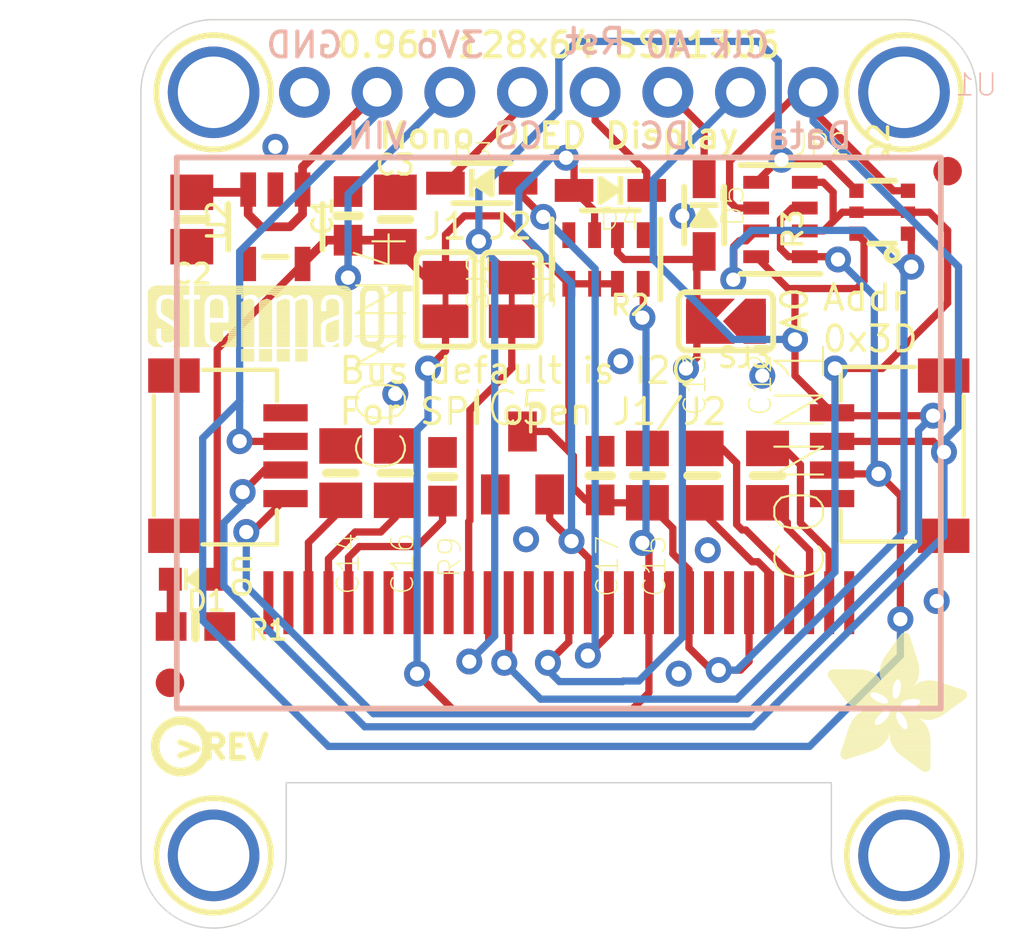
<source format=kicad_pcb>
(kicad_pcb (version 20211014) (generator pcbnew)
  (layers (0 "F.Cu" signal) (31 "B.Cu" signal) (34 "B.Paste" user) (35 "F.Paste" user) (36 "B.SilkS" user "B.Silkscreen") (37 "F.SilkS" user "F.Silkscreen") (38 "B.Mask" user) (39 "F.Mask" user) (44 "Edge.Cuts" user))
  (net 0 "")
  (net 1 "GND")
  (net 2 "SDA")
  (net 3 "SCL")
  (net 4 "3.3V")
  (net 5 "VCC")
  (net 6 "N$2")
  (net 7 "D0/SCLK/SCK_3.3V")
  (net 8 "D1/MOSI/SDA1_3.3V")
  (net 9 "N$9")
  (net 10 "CS_3.3V")
  (net 11 "RST_3.3V")
  (net 12 "DC/SA0_3.3V")
  (net 13 "CS_5.0V")
  (net 14 "RST_5.0V")
  (net 15 "DC/SA0_5.0V")
  (net 16 "N$10")
  (net 17 "N$11")
  (net 18 "N$12")
  (net 19 "N$13")
  (net 20 "N$14")
  (net 21 "N$15")
  (net 22 "N$16")
  (net 23 "N$17")
  (footprint "adafruit-096-ssd1306:SOLDERJUMPER_CLOSEDWIRE" (layer "F.Cu") (at 144.5415 98.9076 -90)
    (fp_text reference "SJ2")
    (fp_text value "")
  )
  (footprint "adafruit-096-ssd1306:MOUNTINGHOLE_2.5_PLATED" (layer "F.Cu") (at 160.5661 91.6686)
    (fp_text reference "U$17" hide)
    (fp_text value "MOUNTINGHOLE2.5" hide)
  )
  (footprint "adafruit-096-ssd1306:MOUNTINGHOLE_2.5_PLATED" (layer "F.Cu") (at 136.4361 91.6686)
    (fp_text reference "U$1" hide)
    (fp_text value "MOUNTINGHOLE2.5" hide)
  )
  (footprint "adafruit-096-ssd1306:PCBFEAT-REV-040" (layer "F.Cu") (at 135.2931 114.5286)
    (fp_text reference "U$25" hide)
    (fp_text value "" hide)
  )
  (footprint "adafruit-096-ssd1306:CHIPLED_0603_NOOUTLINE" (layer "F.Cu") (at 135.6741 108.6866 90)
    (fp_text reference "D1")
    (fp_text value "GREEN")
  )
  (footprint "adafruit-096-ssd1306:FIDUCIAL_1MM" (layer "F.Cu") (at 134.9121 112.3061)
    (fp_text reference "FID3" hide)
    (fp_text value "FIDUCIAL_1MM" hide)
  )
  (footprint "adafruit-096-ssd1306:0805-NO" (layer "F.Cu") (at 135.6741 96.1136 -90)
    (fp_text reference "C2")
    (fp_text value "10uF")
  )
  (footprint "adafruit-096-ssd1306:SOT363" (layer "F.Cu") (at 159.8041 95.8596 90)
    (fp_text reference "Q2")
    (fp_text value "BSS138")
  )
  (footprint "adafruit-096-ssd1306:1X08_ROUND_70" (layer "F.Cu") (at 148.5011 91.6686 180)
    (fp_text reference "JP2")
    (fp_text value "")
  )
  (footprint "adafruit-096-ssd1306:STEMMAQT" (layer "F.Cu") (at 134.1501 101.0666)
    (fp_text reference "U$31" hide)
    (fp_text value "" hide)
  )
  (footprint "adafruit-096-ssd1306:MOUNTINGHOLE_2.5_PLATED" (layer "F.Cu") (at 160.5661 118.3386)
    (fp_text reference "U$21" hide)
    (fp_text value "MOUNTINGHOLE2.5" hide)
  )
  (footprint "adafruit-096-ssd1306:0805-NO" (layer "F.Cu") (at 155.7965 105.0646 90)
    (fp_text reference "C12")
    (fp_text value "2.2uF")
  )
  (footprint "adafruit-096-ssd1306:SOD-323" (layer "F.Cu") (at 153.5811 95.9612 -90)
    (fp_text reference "D5")
    (fp_text value "1N4148")
  )
  (footprint "adafruit-096-ssd1306:0805-NO" (layer "F.Cu") (at 151.5975 105.0646 -90)
    (fp_text reference "C15")
    (fp_text value "10uF")
  )
  (footprint "adafruit-096-ssd1306:0805-NO" (layer "F.Cu") (at 153.5105 105.0646 90)
    (fp_text reference "C13")
    (fp_text value "2.2uF")
  )
  (footprint "adafruit-096-ssd1306:0603-NO" (layer "F.Cu") (at 141.1351 95.9866 90)
    (fp_text reference "C1")
    (fp_text value "0.1uF")
  )
  (footprint "adafruit-096-ssd1306:0603-NO" (layer "F.Cu") (at 135.8011 110.3376)
    (fp_text reference "R1")
    (fp_text value "10K")
  )
  (footprint "adafruit-096-ssd1306:SOD-323" (layer "F.Cu") (at 150.3045 95.0976 180)
    (fp_text reference "D4")
    (fp_text value "1N4148")
  )
  (footprint "adafruit-096-ssd1306:SOD-323" (layer "F.Cu") (at 145.8087 94.8436)
    (fp_text reference "D3")
    (fp_text value "1N4148")
  )
  (footprint "adafruit-096-ssd1306:0805-NO" (layer "F.Cu") (at 140.8811 104.9782 -90)
    (fp_text reference "C14")
    (fp_text value "10uF")
  )
  (footprint "adafruit-096-ssd1306:SOLDERJUMPER_ARROW_NOPASTE" (layer "F.Cu") (at 154.3431 99.6696 180)
    (fp_text reference "SJ3")
    (fp_text value "")
  )
  (footprint "adafruit-096-ssd1306:0805-NO" (layer "F.Cu") (at 142.7861 96.1136 90)
    (fp_text reference "C3")
    (fp_text value "10uF")
  )
  (footprint "adafruit-096-ssd1306:RESPACK_4X0603" (layer "F.Cu") (at 156.2481 96.1136 90)
    (fp_text reference "R3")
    (fp_text value "10K")
  )
  (footprint "adafruit-096-ssd1306:FIDUCIAL_1MM" (layer "F.Cu") (at 162.0901 94.4245)
    (fp_text reference "FID4" hide)
    (fp_text value "FIDUCIAL_1MM" hide)
  )
  (footprint "adafruit-096-ssd1306:0603-NO" (layer "F.Cu") (at 144.4371 105.1052 -90)
    (fp_text reference "R9")
    (fp_text value "390K")
  )
  (footprint "adafruit-096-ssd1306:SOT23" (layer "F.Cu") (at 147.2311 104.6226)
    (fp_text reference "IC5")
    (fp_text value "APX803")
  )
  (footprint "adafruit-096-ssd1306:SOLDERJUMPER_CLOSEDWIRE" (layer "F.Cu") (at 146.8567 98.9076 -90)
    (fp_text reference "SJ1")
    (fp_text value "")
  )
  (footprint "adafruit-096-ssd1306:0603-NO" (layer "F.Cu") (at 149.9465 105.0646 -90)
    (fp_text reference "C17")
    (fp_text value "0.1uF")
  )
  (footprint "adafruit-096-ssd1306:0805-NO" (layer "F.Cu") (at 142.7861 104.9782 -90)
    (fp_text reference "C16")
    (fp_text value "10uF")
  )
  (footprint "adafruit-096-ssd1306:JST_SH4" (layer "F.Cu") (at 136.4361 104.3686 -90)
    (fp_text reference "CONN4")
    (fp_text value "STEMMA_I2C_QT" hide)
  )
  (footprint "adafruit-096-ssd1306:JST_SH4" (layer "F.Cu") (at 160.5661 104.3686 90)
    (fp_text reference "CONN1")
    (fp_text value "STEMMA_I2C_QT" hide)
  )
  (footprint "adafruit-096-ssd1306:MOUNTINGHOLE_2.5_PLATED" (layer "F.Cu") (at 136.4361 118.3386)
    (fp_text reference "U$19" hide)
    (fp_text value "MOUNTINGHOLE2.5" hide)
  )
  (footprint "adafruit-096-ssd1306:SOT23-5" (layer "F.Cu") (at 138.5951 96.3676 180)
    (fp_text reference "U2")
    (fp_text value "AP2112K-3.3")
  )
  (footprint "adafruit-096-ssd1306:RESPACK_4X0603" (layer "F.Cu") (at 150.1521 97.5106 180)
    (fp_text reference "R2")
    (fp_text value "10K")
  )
  (footprint "adafruit-096-ssd1306:ADAFRUIT_5MM" (layer "F.Cu") (at 157.8991 115.4176)
    (fp_text reference "U$8" hide)
    (fp_text value "" hide)
  )
  (footprint "adafruit-096-ssd1306:UG-2864HSWEG01_0.96IN_WRAPAROUND" (layer "B.Cu") (at 148.5011 108.3056 180)
    (fp_text reference "U1")
    (fp_text value "UG-2864HSWEG01")
  )
  (gr_line (start 158.0261 115.7986) (end 158.0261 118.3386) (layer "Edge.Cuts") (width 0.05))
  (gr_arc (start 133.8961 91.6686) (mid 134.640049 89.872549) (end 136.4361 89.1286) (layer "Edge.Cuts") (width 0.05))
  (gr_line (start 133.8961 91.6686) (end 133.8961 118.3386) (layer "Edge.Cuts") (width 0.05))
  (gr_line (start 160.5661 89.1286) (end 136.4361 89.1286) (layer "Edge.Cuts") (width 0.05))
  (gr_line (start 138.9761 115.7986) (end 158.0261 115.7986) (layer "Edge.Cuts") (width 0.05))
  (gr_arc (start 160.5661 89.1286) (mid 162.362151 89.872549) (end 163.1061 91.6686) (layer "Edge.Cuts") (width 0.05))
  (gr_line (start 138.9761 118.3386) (end 138.9761 115.7986) (layer "Edge.Cuts") (width 0.05))
  (gr_arc (start 136.4361 120.8786) (mid 134.640049 120.134651) (end 133.8961 118.3386) (layer "Edge.Cuts") (width 0.05))
  (gr_arc (start 160.5661 120.8786) (mid 158.770049 120.134651) (end 158.0261 118.3386) (layer "Edge.Cuts") (width 0.05))
  (gr_arc (start 163.1061 118.3386) (mid 162.362151 120.134651) (end 160.5661 120.8786) (layer "Edge.Cuts") (width 0.05))
  (gr_arc (start 138.9761 118.3386) (mid 138.232151 120.134651) (end 136.4361 120.8786) (layer "Edge.Cuts") (width 0.05))
  (gr_line (start 163.1061 118.3386) (end 163.1061 91.6686) (layer "Edge.Cuts") (width 0.05))
  (gr_text "GND" (at 139.6111 90.0176) (layer "B.SilkS") (effects (font (size 0.87376 0.87376) (thickness 0.14224)) (justify mirror)))
  (gr_text "3Vo" (at 144.6911 90.0176) (layer "B.SilkS") (effects (font (size 0.87376 0.87376) (thickness 0.14224)) (justify mirror)))
  (gr_text "VIN" (at 142.1511 93.1926) (layer "B.SilkS") (effects (font (size 0.87376 0.87376) (thickness 0.14224)) (justify mirror)))
  (gr_text "Rst" (at 149.7711 89.8906) (layer "B.SilkS") (effects (font (size 0.87376 0.87376) (thickness 0.14224)) (justify mirror)))
  (gr_text "Data" (at 157.2641 93.1926) (layer "B.SilkS") (effects (font (size 0.87376 0.87376) (thickness 0.14224)) (justify mirror)))
  (gr_text "CS" (at 147.1041 93.1926) (layer "B.SilkS") (effects (font (size 0.87376 0.87376) (thickness 0.14224)) (justify mirror)))
  (gr_text "A0" (at 152.3111 90.0176) (layer "B.SilkS") (effects (font (size 0.87376 0.87376) (thickness 0.14224)) (justify mirror)))
  (gr_text "Clk" (at 154.8511 90.0176) (layer "B.SilkS") (effects (font (size 0.87376 0.87376) (thickness 0.14224)) (justify mirror)))
  (gr_text "DC" (at 152.1841 93.1926) (layer "B.SilkS") (effects (font (size 0.87376 0.87376) (thickness 0.14224)) (justify mirror)))
  (gr_text "on" (at 137.8331 109.4486 90) (layer "F.SilkS") (effects (font (size 0.89408 0.89408) (thickness 0.12192)) (justify left bottom)))
  (gr_text "Mono OLED Display" (at 148.5011 93.1926) (layer "F.SilkS") (effects (font (size 0.8636 0.8636) (thickness 0.1524))))
  (gr_text "J2" (at 145.9611 96.8756) (layer "F.SilkS") (effects (font (size 0.89408 0.89408) (thickness 0.12192)) (justify left bottom)))
  (gr_text "Bus default is I2C\nFor SPI open J1/J2" (at 140.7541 103.3526) (layer "F.SilkS") (effects (font (size 0.89408 0.89408) (thickness 0.12192)) (justify left bottom)))
  (gr_text "Addr\n0x3D" (at 157.6451 100.8126) (layer "F.SilkS") (effects (font (size 0.89408 0.89408) (thickness 0.12192)) (justify left bottom)))
  (gr_text "0.96\" 128x64 SSD1306" (at 148.5011 90.0176) (layer "F.SilkS") (effects (font (size 0.8636 0.8636) (thickness 0.1524))))
  (gr_text "J1" (at 143.6751 96.8756) (layer "F.SilkS") (effects (font (size 0.89408 0.89408) (thickness 0.12192)) (justify left bottom)))
  (gr_text "A0" (at 157.2641 100.1776 90) (layer "F.SilkS") (effects (font (size 0.89408 0.89408) (thickness 0.12192)) (justify left bottom)))
  (via (at 155.6131 101.5746) (size 0.9064) (drill 0.5) (layers "F.Cu" "B.Cu") (net 1))
  (via (at 142.7861 102.2096) (size 0.9064) (drill 0.5) (layers "F.Cu" "B.Cu") (net 1))
  (via (at 152.6921 111.9886) (size 0.9064) (drill 0.5) (layers "F.Cu" "B.Cu") (net 1))
  (via (at 150.6601 101.0666) (size 0.9064) (drill 0.5) (layers "F.Cu" "B.Cu") (net 1))
  (via (at 161.7091 109.4486) (size 0.9064) (drill 0.5) (layers "F.Cu" "B.Cu") (net 1))
  (via (at 152.8191 95.9866) (size 0.9064) (drill 0.5) (layers "F.Cu" "B.Cu") (net 1))
  (via (at 138.5951 93.5736) (size 0.9064) (drill 0.5) (layers "F.Cu" "B.Cu") (net 1))
  (via (at 153.7081 107.6706) (size 0.9064) (drill 0.5) (layers "F.Cu" "B.Cu") (net 1))
  (via (at 147.3581 107.2896) (size 0.9064) (drill 0.5) (layers "F.Cu" "B.Cu") (net 1))
  (segment (start 160.1971 95.1096) (end 157.3911 92.3036) (width 0.254) (layer "F.Cu") (net 2))
  (segment (start 158.0521 103.8686) (end 161.5901 103.8686) (width 0.254) (layer "F.Cu") (net 2))
  (segment (start 137.4521 105.6386) (end 138.2221 104.8686) (width 0.254) (layer "F.Cu") (net 2))
  (segment (start 160.7041 95.1096) (end 160.1971 95.1096) (width 0.254) (layer "F.Cu") (net 2))
  (segment (start 154.4701 95.4786) (end 154.4701 94.0816) (width 0.254) (layer "F.Cu") (net 2))
  (segment (start 154.7051 95.7136) (end 154.4701 95.4786) (width 0.254) (layer "F.Cu") (net 2))
  (segment (start 154.4701 94.0816) (end 156.7561 91.7956) (width 0.254) (layer "F.Cu") (net 2))
  (segment (start 161.5901 103.8686) (end 161.9631 104.2416) (width 0.254) (layer "F.Cu") (net 2))
  (segment (start 156.7561 91.7956) (end 157.3911 91.7956) (width 0.254) (layer "F.Cu") (net 2))
  (segment (start 157.3911 92.3036) (end 157.3911 91.7956) (width 0.254) (layer "F.Cu") (net 2))
  (segment (start 157.3911 91.7956) (end 157.3911 91.6686) (width 0.254) (layer "F.Cu") (net 2))
  (segment (start 155.3981 95.7136) (end 154.7051 95.7136) (width 0.254) (layer "F.Cu") (net 2))
  (segment (start 138.2221 104.8686) (end 138.9501 104.8686) (width 0.254) (layer "F.Cu") (net 2))
  (via (at 161.9631 104.2416) (size 0.9064) (drill 0.5) (layers "F.Cu" "B.Cu") (net 2))
  (via (at 137.4521 105.6386) (size 0.9064) (drill 0.5) (layers "F.Cu" "B.Cu") (net 2))
  (segment (start 136.7957 108.9192) (end 136.7957 106.7111) (width 0.254) (layer "B.Cu") (net 2))
  (segment (start 155.294481 113.8428) (end 141.7193 113.8428) (width 0.254) (layer "B.Cu") (net 2))
  (segment (start 157.3911 92.6846) (end 157.3911 91.6686) (width 0.254) (layer "B.Cu") (net 2))
  (segment (start 137.4521 106.0547) (end 137.4521 105.6386) (width 0.254) (layer "B.Cu") (net 2))
  (segment (start 162.4711 103.3526) (end 162.4711 97.7646) (width 0.254) (layer "B.Cu") (net 2))
  (segment (start 161.9631 104.2416) (end 161.9631 107.174182) (width 0.254) (layer "B.Cu") (net 2))
  (segment (start 161.9631 104.2416) (end 161.9631 103.8606) (width 0.254) (layer "B.Cu") (net 2))
  (segment (start 161.9631 107.174182) (end 155.294481 113.8428) (width 0.254) (layer "B.Cu") (net 2))
  (segment (start 162.4711 103.3526) (end 161.9631 103.8606) (width 0.254) (layer "B.Cu") (net 2))
  (segment (start 136.7957 106.7111) (end 137.4521 106.0547) (width 0.254) (layer "B.Cu") (net 2))
  (segment (start 141.7193 113.8428) (end 136.7957 108.9192) (width 0.254) (layer "B.Cu") (net 2))
  (segment (start 162.4711 97.7646) (end 157.3911 92.6846) (width 0.254) (layer "B.Cu") (net 2))
  (segment (start 156.7561 100.3046) (end 156.7561 101.5726) (width 0.254) (layer "F.Cu") (net 3))
  (segment (start 156.7561 98.5266) (end 156.7561 100.3046) (width 0.254) (layer "F.Cu") (net 3))
  (segment (start 161.5821 102.9716) (end 158.1551 102.9716) (width 0.254) (layer "F.Cu") (net 3))
  (segment (start 156.5111 98.5266) (end 156.7561 98.5266) (width 0.254) (layer "F.Cu") (net 3))
  (segment (start 138.9501 105.8686) (end 137.7831 107.0356) (width 0.254) (layer "F.Cu") (net 3))
  (segment (start 137.7831 107.0356) (end 137.5791 107.0356) (width 0.254) (layer "F.Cu") (net 3))
  (segment (start 159.1691 98.2726) (end 159.1691 96.8746) (width 0.254) (layer "F.Cu") (net 3))
  (segment (start 155.3981 97.4136) (end 156.5111 98.5266) (width 0.254) (layer "F.Cu") (net 3))
  (segment (start 158.1551 102.9716) (end 158.0521 102.8686) (width 0.254) (layer "F.Cu") (net 3))
  (segment (start 159.1691 96.8746) (end 158.9041 96.6096) (width 0.254) (layer "F.Cu") (net 3))
  (segment (start 158.9151 98.5266) (end 159.1691 98.2726) (width 0.254) (layer "F.Cu") (net 3))
  (segment (start 156.7561 101.5726) (end 158.0521 102.8686) (width 0.254) (layer "F.Cu") (net 3))
  (segment (start 156.7561 98.5266) (end 158.9151 98.5266) (width 0.254) (layer "F.Cu") (net 3))
  (via (at 161.5821 102.9716) (size 0.9064) (drill 0.5) (layers "F.Cu" "B.Cu") (net 3))
  (via (at 156.7561 100.3046) (size 0.9064) (drill 0.5) (layers "F.Cu" "B.Cu") (net 3))
  (via (at 137.5791 107.0356) (size 0.9064) (drill 0.5) (layers "F.Cu" "B.Cu") (net 3))
  (segment (start 154.8511 91.6686) (end 151.8031 94.7166) (width 0.254) (layer "B.Cu") (net 3))
  (segment (start 142.0241 113.3856) (end 155.1051 113.3856) (width 0.254) (layer "B.Cu") (net 3))
  (segment (start 137.5791 107.0356) (end 137.5791 108.9406) (width 0.254) (layer "B.Cu") (net 3))
  (segment (start 155.1051 113.3856) (end 161.0741 107.4166) (width 0.254) (layer "B.Cu") (net 3))
  (segment (start 161.0741 107.4166) (end 161.0741 103.4796) (width 0.254) (layer "B.Cu") (net 3))
  (segment (start 137.5791 108.9406) (end 142.0241 113.3856) (width 0.254) (layer "B.Cu") (net 3))
  (segment (start 156.7561 100.3046) (end 154.5971 100.3046) (width 0.254) (layer "B.Cu") (net 3))
  (segment (start 161.0741 103.4796) (end 161.5821 102.9716) (width 0.254) (layer "B.Cu") (net 3))
  (segment (start 151.8031 94.7166) (end 151.8031 97.5106) (width 0.254) (layer "B.Cu") (net 3))
  (segment (start 154.5971 100.3046) (end 151.8031 97.5106) (width 0.254) (layer "B.Cu") (net 3))
  (segment (start 152.4865 106.9036) (end 152.4865 107.7926) (width 0.254) (layer "F.Cu") (net 4))
  (segment (start 145.1991 95.9866) (end 144.5415 96.6442) (width 0.254) (layer "F.Cu") (net 4))
  (segment (start 160.7041 95.8596) (end 161.4551 95.8596) (width 0.254) (layer "F.Cu") (net 4))
  (segment (start 153.0511 111.0776) (end 153.8351 111.8616) (width 0.254) (layer "F.Cu") (net 4))
  (segment (start 158.0896 95.1611) (end 158.0896 96.1771) (width 0.254) (layer "F.Cu") (net 4))
  (segment (start 143.8681 98.1456) (end 144.5415 98.1456) (width 0.3048) (layer "F.Cu") (net 4))
  (segment (start 149.7521 98.3606) (end 148.8521 98.3606) (width 0.254) (layer "F.Cu") (net 4))
  (segment (start 160.7041 95.8596) (end 158.9041 95.8596) (width 0.254) (layer "F.Cu") (net 4))
  (segment (start 149.4385 105.9146) (end 149.0113 105.4874) (width 0.254) (layer "F.Cu") (net 4))
  (segment (start 158.4071 95.8596) (end 158.0896 96.1771) (width 0.254) (layer "F.Cu") (net 4))
  (segment (start 148.8521 104.218625) (end 149.0113 104.377825) (width 0.254) (layer "F.Cu") (net 4))
  (segment (start 153.0511 108.3572) (end 152.4865 107.7926) (width 0.254) (layer "F.Cu") (net 4))
  (segment (start 139.5451 97.6677) (end 140.3762 96.8366) (width 0.3048) (layer "F.Cu") (net 4))
  (segment (start 157.0981 94.8136) (end 157.7421 94.8136) (width 0.254) (layer "F.Cu") (net 4))
  (segment (start 147.987 97.424625) (end 146.548975 95.9866) (width 0.254) (layer "F.Cu") (net 4))
  (segment (start 162.0901 99.0346) (end 159.8041 101.3206) (width 0.254) (layer "F.Cu") (net 4))
  (segment (start 155.1511 111.5616) (end 155.1511 109.5056) (width 0.254) (layer "F.Cu") (net 4))
  (segment (start 151.5975 106.0146) (end 152.4865 106.9036) (width 0.254) (layer "F.Cu") (net 4))
  (segment (start 146.548975 95.9866) (end 145.1991 95.9866) (width 0.254) (layer "F.Cu") (net 4))
  (segment (start 148.8521 104.218625) (end 148.156075 103.5226) (width 0.254) (layer "F.Cu") (net 4))
  (segment (start 149.9465 105.9146) (end 149.4385 105.9146) (width 0.254) (layer "F.Cu") (net 4))
  (segment (start 157.7421 94.8136) (end 158.0896 95.1611) (width 0.254) (layer "F.Cu") (net 4))
  (segment (start 147.987 97.4955) (end 147.987 97.424625) (width 0.254) (layer "F.Cu") (net 4))
  (segment (start 150.5521 98.3606) (end 149.7521 98.3606) (width 0.254) (layer "F.Cu") (net 4))
  (segment (start 154.8511 111.8616) (end 155.1511 111.5616) (width 0.254) (layer "F.Cu") (net 4))
  (segment (start 142.5591 96.8366) (end 142.7861 97.0636) (width 0.3048) (layer "F.Cu") (net 4))
  (segment (start 153.0511 108.3572) (end 153.0511 109.5056) (width 0.254) (layer "F.Cu") (net 4))
  (segment (start 154.0891 111.8616) (end 154.8511 111.8616) (width 0.254) (layer "F.Cu") (net 4))
  (segment (start 141.1351 96.8366) (end 142.5591 96.8366) (width 0.3048) (layer "F.Cu") (net 4))
  (segment (start 141.1351 98.1456) (end 141.1351 96.8366) (width 0.254) (layer "F.Cu") (net 4))
  (segment (start 148.8521 98.3606) (end 148.8521 104.218625) (width 0.254) (layer "F.Cu") (net 4))
  (segment (start 158.0896 96.1771) (end 157.7531 96.5136) (width 0.254) (layer "F.Cu") (net 4))
  (segment (start 159.8041 101.3206) (end 158.1531 101.3206) (width 0.254) (layer "F.Cu") (net 4))
  (segment (start 140.3762 96.8366) (end 141.1351 96.8366) (width 0.3048) (layer "F.Cu") (net 4))
  (segment (start 136.5631 108.5476) (end 136.5631 100.6497) (width 0.254) (layer "F.Cu") (net 4))
  (segment (start 153.8351 111.8616) (end 154.0891 111.8616) (width 0.254) (layer "F.Cu") (net 4))
  (segment (start 158.9041 95.8596) (end 158.4071 95.8596) (width 0.254) (layer "F.Cu") (net 4))
  (segment (start 161.4551 95.8596) (end 162.0901 96.4946) (width 0.254) (layer "F.Cu") (net 4))
  (segment (start 142.7861 97.0636) (end 143.8681 98.1456) (width 0.3048) (layer "F.Cu") (net 4))
  (segment (start 157.7531 96.5136) (end 157.0981 96.5136) (width 0.254) (layer "F.Cu") (net 4))
  (segment (start 136.5631 100.6497) (end 139.5451 97.6677) (width 0.254) (layer "F.Cu") (net 4))
  (segment (start 148.156075 103.5226) (end 147.2311 103.5226) (width 0.254) (layer "F.Cu") (net 4))
  (segment (start 162.0901 96.4946) (end 162.0901 99.0346) (width 0.254) (layer "F.Cu") (net 4))
  (segment (start 149.0113 105.4874) (end 149.0113 104.377825) (width 0.254) (layer "F.Cu") (net 4))
  (segment (start 136.4241 108.6866) (end 136.5631 108.5476) (width 0.254) (layer "F.Cu") (net 4))
  (segment (start 144.5415 96.6442) (end 144.5415 98.1456) (width 0.254) (layer "F.Cu") (net 4))
  (segment (start 150.0465 106.0146) (end 149.9465 105.9146) (width 0.254) (layer "F.Cu") (net 4))
  (segment (start 148.8521 98.3606) (end 147.987 97.4955) (width 0.254) (layer "F.Cu") (net 4))
  (segment (start 151.5975 106.0146) (end 150.0465 106.0146) (width 0.254) (layer "F.Cu") (net 4))
  (segment (start 153.0511 109.5056) (end 153.0511 111.0776) (width 0.254) (layer "F.Cu") (net 4))
  (via (at 141.1351 98.1456) (size 0.9064) (drill 0.5) (layers "F.Cu" "B.Cu") (net 4))
  (via (at 154.0891 111.8616) (size 0.9064) (drill 0.5) (layers "F.Cu" "B.Cu") (net 4))
  (via (at 158.1531 101.3206) (size 0.9064) (drill 0.5) (layers "F.Cu" "B.Cu") (net 4))
  (segment (start 144.6911 91.6686) (end 141.1351 95.2246) (width 0.254) (layer "B.Cu") (net 4))
  (segment (start 141.1351 95.2246) (end 141.1351 98.1456) (width 0.254) (layer "B.Cu") (net 4))
  (segment (start 158.1531 101.3206) (end 158.1531 108.4326) (width 0.254) (layer "B.Cu") (net 4))
  (segment (start 158.1531 108.4326) (end 154.7241 111.8616) (width 0.254) (layer "B.Cu") (net 4))
  (segment (start 154.7241 111.8616) (end 154.0891 111.8616) (width 0.254) (layer "B.Cu") (net 4))
  (segment (start 158.1871 105.0036) (end 158.0521 104.8686) (width 0.254) (layer "F.Cu") (net 5))
  (segment (start 159.6771 105.0036) (end 158.1871 105.0036) (width 0.254) (layer "F.Cu") (net 5))
  (segment (start 138.0871 96.3676) (end 137.6451 95.9256) (width 0.3048) (layer "F.Cu") (net 5))
  (segment (start 139.5451 95.0675) (end 139.5451 95.9256) (width 0.3048) (layer "F.Cu") (net 5))
  (segment (start 137.6451 95.0675) (end 137.549 95.1636) (width 0.3048) (layer "F.Cu") (net 5))
  (segment (start 139.5451 95.9256) (end 139.1031 96.3676) (width 0.3048) (layer "F.Cu") (net 5))
  (segment (start 156.2481 97.1296) (end 156.5321 97.4136) (width 0.254) (layer "F.Cu") (net 5))
  (segment (start 157.0981 97.4136) (end 158.2587 97.4136) (width 0.254) (layer "F.Cu") (net 5))
  (segment (start 160.4391 105.7656) (end 159.6771 105.0036) (width 0.254) (layer "F.Cu") (net 5))
  (segment (start 139.5451 94.2746) (end 139.5451 95.0675) (width 0.3048) (layer "F.Cu") (net 5))
  (segment (start 156.6481 95.7136) (end 156.2481 96.1136) (width 0.254) (layer "F.Cu") (net 5))
  (segment (start 138.9501 103.8686) (end 137.3545 103.8686) (width 0.254) (layer "F.Cu") (net 5))
  (segment (start 156.5321 97.4136) (end 157.0981 97.4136) (width 0.254) (layer "F.Cu") (net 5))
  (segment (start 160.4391 110.0836) (end 160.4391 105.7656) (width 0.254) (layer "F.Cu") (net 5))
  (segment (start 158.2587 97.4136) (end 158.2587 97.5106) (width 0.254) (layer "F.Cu") (net 5))
  (segment (start 137.3545 103.8686) (end 137.3465 103.8606) (width 0.254) (layer "F.Cu") (net 5))
  (segment (start 156.2481 96.1136) (end 156.2481 97.1296) (width 0.254) (layer "F.Cu") (net 5))
  (segment (start 137.6451 95.9256) (end 137.6451 95.0675) (width 0.3048) (layer "F.Cu") (net 5))
  (segment (start 137.549 95.1636) (end 135.6741 95.1636) (width 0.3048) (layer "F.Cu") (net 5))
  (segment (start 157.0981 95.7136) (end 156.6481 95.7136) (width 0.254) (layer "F.Cu") (net 5))
  (segment (start 139.1031 96.3676) (end 138.0871 96.3676) (width 0.3048) (layer "F.Cu") (net 5))
  (segment (start 142.1511 91.6686) (end 139.5451 94.2746) (width 0.3048) (layer "F.Cu") (net 5))
  (via (at 158.2587 97.5106) (size 0.9064) (drill 0.5) (layers "F.Cu" "B.Cu") (net 5))
  (via (at 159.6771 105.0036) (size 0.9064) (drill 0.5) (layers "F.Cu" "B.Cu") (net 5))
  (via (at 137.3465 103.8606) (size 0.9064) (drill 0.5) (layers "F.Cu" "B.Cu") (net 5))
  (via (at 160.4391 110.0836) (size 0.9064) (drill 0.5) (layers "F.Cu" "B.Cu") (net 5))
  (segment (start 136.0551 103.755) (end 136.0551 110.131263) (width 0.254) (layer "B.Cu") (net 5))
  (segment (start 136.0551 110.131263) (end 140.452437 114.5286) (width 0.254) (layer "B.Cu") (net 5))
  (segment (start 137.3465 103.8606) (end 137.3465 102.4636) (width 0.254) (layer "B.Cu") (net 5))
  (segment (start 137.3465 97.2352) (end 142.1511 92.4306) (width 0.254) (layer "B.Cu") (net 5))
  (segment (start 140.452437 114.5286) (end 157.2641 114.5286) (width 0.254) (layer "B.Cu") (net 5))
  (segment (start 157.2641 114.5286) (end 160.4391 111.3536) (width 0.254) (layer "B.Cu") (net 5))
  (segment (start 159.5287 98.7806) (end 159.5287 104.8552) (width 0.254) (layer "B.Cu") (net 5))
  (segment (start 160.4391 111.3536) (end 160.4391 110.0836) (width 0.254) (layer "B.Cu") (net 5))
  (segment (start 159.5287 104.8552) (end 159.6771 105.0036) (width 0.254) (layer "B.Cu") (net 5))
  (segment (start 137.3465 102.4636) (end 136.0551 103.755) (width 0.254) (layer "B.Cu") (net 5))
  (segment (start 159.5287 98.7806) (end 158.2587 97.5106) (width 0.254) (layer "B.Cu") (net 5))
  (segment (start 137.3465 102.4636) (end 137.3465 97.2352) (width 0.254) (layer "B.Cu") (net 5))
  (segment (start 142.1511 92.4306) (end 142.1511 91.6686) (width 0.254) (layer "B.Cu") (net 5))
  (segment (start 134.9241 110.3106) (end 134.9511 110.3376) (width 0.254) (layer "F.Cu") (net 6))
  (segment (start 134.9241 108.6866) (end 134.9241 110.3106) (width 0.254) (layer "F.Cu") (net 6))
  (segment (start 155.3981 96.5136) (end 155.0533 96.8584) (width 0.254) (layer "F.Cu") (net 7))
  (segment (start 154.811325 96.8584) (end 154.6179 97.051825) (width 0.254) (layer "F.Cu") (net 7))
  (segment (start 155.0533 96.8584) (end 154.811325 96.8584) (width 0.254) (layer "F.Cu") (net 7))
  (segment (start 146.7511 109.5056) (end 146.7511 111.563575) (width 0.254) (layer "F.Cu") (net 7))
  (segment (start 160.8201 97.7646) (end 160.8201 96.7256) (width 0.254) (layer "F.Cu") (net 7))
  (segment (start 160.8201 96.7256) (end 160.7041 96.6096) (width 0.254) (layer "F.Cu") (net 7))
  (segment (start 146.5961 111.408575) (end 146.7511 111.563575) (width 0.254) (layer "F.Cu") (net 7))
  (segment (start 154.6179 98.197688) (end 154.5984 98.217188) (width 0.254) (layer "F.Cu") (net 7))
  (segment (start 154.6179 97.051825) (end 154.6179 98.197688) (width 0.254) (layer "F.Cu") (net 7))
  (segment (start 146.5961 111.6076) (end 146.5961 111.408575) (width 0.254) (layer "F.Cu") (net 7))
  (via (at 160.8201 97.7646) (size 0.9064) (drill 0.5) (layers "F.Cu" "B.Cu") (net 7))
  (via (at 154.5984 98.217188) (size 0.9064) (drill 0.5) (layers "F.Cu" "B.Cu") (net 7))
  (via (at 146.5961 111.6076) (size 0.9064) (drill 0.5) (layers "F.Cu" "B.Cu") (net 7))
  (segment (start 154.5984 98.217188) (end 154.5984 97.1283) (width 0.254) (layer "B.Cu") (net 7))
  (segment (start 154.7241 112.8776) (end 160.5661 107.0356) (width 0.254) (layer "B.Cu") (net 7))
  (segment (start 155.2321 96.4946) (end 159.1691 96.4946) (width 0.254) (layer "B.Cu") (net 7))
  (segment (start 160.4391 97.7646) (end 160.8201 97.7646) (width 0.254) (layer "B.Cu") (net 7))
  (segment (start 160.5661 98.0186) (end 160.8201 97.7646) (width 0.254) (layer "B.Cu") (net 7))
  (segment (start 154.5984 97.1283) (end 155.2321 96.4946) (width 0.254) (layer "B.Cu") (net 7))
  (segment (start 160.5661 98.0186) (end 160.5661 107.0356) (width 0.254) (layer "B.Cu") (net 7))
  (segment (start 154.7241 112.8776) (end 147.8661 112.8776) (width 0.254) (layer "B.Cu") (net 7))
  (segment (start 146.5961 111.6076) (end 147.8661 112.8776) (width 0.254) (layer "B.Cu") (net 7))
  (segment (start 159.1691 96.4946) (end 160.4391 97.7646) (width 0.254) (layer "B.Cu") (net 7))
  (segment (start 156.2481 94.0816) (end 156.1301 94.0816) (width 0.254) (layer "F.Cu") (net 8))
  (segment (start 156.283406 94.025007) (end 156.283406 94.046294) (width 0.254) (layer "F.Cu") (net 8))
  (segment (start 158.9041 95.1096) (end 157.8761 94.0816) (width 0.254) (layer "F.Cu") (net 8))
  (segment (start 156.1301 94.0816) (end 155.3981 94.8136) (width 0.254) (layer "F.Cu") (net 8))
  (segment (start 145.7071 96.8756) (end 145.7071 96.996) (width 0.254) (layer "F.Cu") (net 8))
  (segment (start 157.8761 94.0816) (end 156.2481 94.0816) (width 0.254) (layer "F.Cu") (net 8))
  (segment (start 146.8567 98.1456) (end 145.7071 96.996) (width 0.254) (layer "F.Cu") (net 8))
  (segment (start 146.0511 109.5056) (end 146.0511 110.8826) (width 0.254) (layer "F.Cu") (net 8))
  (segment (start 156.283406 94.046294) (end 156.2481 94.0816) (width 0.254) (layer "F.Cu") (net 8))
  (segment (start 146.0511 110.8826) (end 145.37205 111.56165) (width 0.254) (layer "F.Cu") (net 8))
  (via (at 145.7071 96.8756) (size 0.9064) (drill 0.5) (layers "F.Cu" "B.Cu") (net 8))
  (via (at 145.37205 111.56165) (size 0.9064) (drill 0.5) (layers "F.Cu" "B.Cu") (net 8))
  (via (at 156.283406 94.025007) (size 0.9064) (drill 0.5) (layers "F.Cu" "B.Cu") (net 8))
  (segment (start 145.7071 96.8756) (end 145.7071 97.0026) (width 0.254) (layer "B.Cu") (net 8))
  (segment (start 146.26105 97.55655) (end 145.7071 97.0026) (width 0.254) (layer "B.Cu") (net 8))
  (segment (start 156.1719 90.5764) (end 156.1719 93.9135) (width 0.254) (layer "B.Cu") (net 8))
  (segment (start 148.5011 92.3036) (end 148.5011 90.5256) (width 0.254) (layer "B.Cu") (net 8))
  (segment (start 145.7071 95.0976) (end 148.5011 92.3036) (width 0.254) (layer "B.Cu") (net 8))
  (segment (start 145.37205 111.56165) (end 146.26105 110.67265) (width 0.254) (layer "B.Cu") (net 8))
  (segment (start 148.5011 90.5256) (end 149.1361 89.8906) (width 0.254) (layer "B.Cu") (net 8))
  (segment (start 145.7071 96.8756) (end 145.7071 95.0976) (width 0.254) (layer "B.Cu") (net 8))
  (segment (start 155.4861 89.8906) (end 156.1719 90.5764) (width 0.254) (layer "B.Cu") (net 8))
  (segment (start 156.1719 93.9135) (end 156.283406 94.025007) (width 0.254) (layer "B.Cu") (net 8))
  (segment (start 149.1361 89.8906) (end 155.4861 89.8906) (width 0.254) (layer "B.Cu") (net 8))
  (segment (start 146.26105 97.55655) (end 146.26105 110.67265) (width 0.254) (layer "B.Cu") (net 8))
  (segment (start 151.6511 109.5056) (end 151.6511 112.6486) (width 0.254) (layer "F.Cu") (net 9))
  (segment (start 151.4521 99.5126) (end 151.4221 99.5426) (width 0.254) (layer "F.Cu") (net 9))
  (segment (start 151.4221 107.4166) (end 151.6511 107.6456) (width 0.254) (layer "F.Cu") (net 9))
  (segment (start 144.8181 113.2586) (end 143.5481 111.9886) (width 0.254) (layer "F.Cu") (net 9))
  (segment (start 151.6511 107.6456) (end 151.6511 109.5056) (width 0.254) (layer "F.Cu") (net 9))
  (segment (start 144.5415 99.6696) (end 144.5415 100.7082) (width 0.254) (layer "F.Cu") (net 9))
  (segment (start 144.5415 100.7082) (end 143.9291 101.3206) (width 0.254) (layer "F.Cu") (net 9))
  (segment (start 151.4521 98.3606) (end 151.4521 99.5126) (width 0.254) (layer "F.Cu") (net 9))
  (segment (start 151.0411 113.2586) (end 144.8181 113.2586) (width 0.254) (layer "F.Cu") (net 9))
  (segment (start 151.6511 112.6486) (end 151.0411 113.2586) (width 0.254) (layer "F.Cu") (net 9))
  (via (at 151.4221 107.4166) (size 0.9064) (drill 0.5) (layers "F.Cu" "B.Cu") (net 9))
  (via (at 143.9291 101.3206) (size 0.9064) (drill 0.5) (layers "F.Cu" "B.Cu") (net 9))
  (via (at 151.4221 99.5426) (size 0.9064) (drill 0.5) (layers "F.Cu" "B.Cu") (net 9))
  (via (at 143.5481 111.9886) (size 0.9064) (drill 0.5) (layers "F.Cu" "B.Cu") (net 9))
  (segment (start 151.4221 99.5426) (end 151.5491 99.6696) (width 0.254) (layer "B.Cu") (net 9))
  (segment (start 143.5481 103.4796) (end 143.5481 111.9886) (width 0.254) (layer "B.Cu") (net 9))
  (segment (start 143.9291 101.3206) (end 143.9291 103.0986) (width 0.254) (layer "B.Cu") (net 9))
  (segment (start 151.5491 107.2896) (end 151.4221 107.4166) (width 0.254) (layer "B.Cu") (net 9))
  (segment (start 143.9291 103.0986) (end 143.5481 103.4796) (width 0.254) (layer "B.Cu") (net 9))
  (segment (start 151.5491 99.6696) (end 151.5491 107.2896) (width 0.254) (layer "B.Cu") (net 9))
  (segment (start 148.594212 96.6606) (end 148.8521 96.6606) (width 0.254) (layer "F.Cu") (net 10))
  (segment (start 147.0787 95.145088) (end 147.956656 96.023044) (width 0.254) (layer "F.Cu") (net 10))
  (segment (start 150.2511 110.6196) (end 149.5171 111.3536) (width 0.254) (layer "F.Cu") (net 10))
  (segment (start 150.2511 109.5056) (end 150.2511 110.6196) (width 0.254) (layer "F.Cu") (net 10))
  (segment (start 147.0787 94.8436) (end 147.0787 95.145088) (width 0.254) (layer "F.Cu") (net 10))
  (segment (start 148.594212 96.6606) (end 147.956656 96.023044) (width 0.254) (layer "F.Cu") (net 10))
  (via (at 147.956656 96.023044) (size 0.9064) (drill 0.5) (layers "F.Cu" "B.Cu") (net 10))
  (via (at 149.5171 111.3536) (size 0.9064) (drill 0.5) (layers "F.Cu" "B.Cu") (net 10))
  (segment (start 149.7711 97.837488) (end 147.956656 96.023044) (width 0.254) (layer "B.Cu") (net 10))
  (segment (start 149.5171 111.3536) (end 149.7711 111.0996) (width 0.254) (layer "B.Cu") (net 10))
  (segment (start 149.7711 97.837488) (end 149.7711 111.0996) (width 0.254) (layer "B.Cu") (net 10))
  (segment (start 149.7521 95.8152) (end 149.7521 96.6606) (width 0.254) (layer "F.Cu") (net 11))
  (segment (start 148.7551 93.9546) (end 149.0345 94.234) (width 0.254) (layer "F.Cu") (net 11))
  (segment (start 149.0345 94.234) (end 149.0345 95.0976) (width 0.254) (layer "F.Cu") (net 11))
  (segment (start 148.1811 105.7226) (end 148.1811 106.5886) (width 0.254) (layer "F.Cu") (net 11))
  (segment (start 149.5511 109.5056) (end 149.5511 107.9586) (width 0.254) (layer "F.Cu") (net 11))
  (segment (start 148.1811 106.5886) (end 148.9456 107.3531) (width 0.254) (layer "F.Cu") (net 11))
  (segment (start 149.0345 95.0976) (end 149.7521 95.8152) (width 0.254) (layer "F.Cu") (net 11))
  (segment (start 149.5511 107.9586) (end 148.9456 107.3531) (width 0.254) (layer "F.Cu") (net 11))
  (via (at 148.7551 93.9546) (size 0.9064) (drill 0.5) (layers "F.Cu" "B.Cu") (net 11))
  (via (at 148.9456 107.3531) (size 0.9064) (drill 0.5) (layers "F.Cu" "B.Cu") (net 11))
  (segment (start 148.2471 93.9546) (end 148.7551 93.9546) (width 0.254) (layer "B.Cu") (net 11))
  (segment (start 148.9456 107.3531) (end 148.9456 98.3361) (width 0.254) (layer "B.Cu") (net 11))
  (segment (start 148.9456 98.3361) (end 147.1041 96.4946) (width 0.254) (layer "B.Cu") (net 11))
  (segment (start 147.1041 95.0976) (end 148.2471 93.9546) (width 0.254) (layer "B.Cu") (net 11))
  (segment (start 147.1041 96.4946) (end 147.1041 95.0976) (width 0.254) (layer "B.Cu") (net 11))
  (segment (start 148.8511 110.8766) (end 148.1201 111.6076) (width 0.254) (layer "F.Cu") (net 12))
  (segment (start 150.7871 97.5106) (end 153.3017 97.5106) (width 0.254) (layer "F.Cu") (net 12))
  (segment (start 152.9461 101.3206) (end 153.3271 100.9396) (width 0.254) (layer "F.Cu") (net 12))
  (segment (start 153.3271 97.4852) (end 153.5811 97.2312) (width 0.254) (layer "F.Cu") (net 12))
  (segment (start 153.3271 99.6696) (end 153.3271 97.4852) (width 0.254) (layer "F.Cu") (net 12))
  (segment (start 153.3271 100.9396) (end 153.3271 99.6696) (width 0.254) (layer "F.Cu") (net 12))
  (segment (start 150.5521 97.2756) (end 150.7871 97.5106) (width 0.254) (layer "F.Cu") (net 12))
  (segment (start 150.5521 96.6606) (end 150.5521 97.2756) (width 0.254) (layer "F.Cu") (net 12))
  (segment (start 148.8511 109.5056) (end 148.8511 110.8766) (width 0.254) (layer "F.Cu") (net 12))
  (segment (start 153.3017 97.5106) (end 153.3271 97.4852) (width 0.254) (layer "F.Cu") (net 12))
  (via (at 152.9461 101.3206) (size 0.9064) (drill 0.5) (layers "F.Cu" "B.Cu") (net 12))
  (via (at 148.1201 111.6076) (size 0.9064) (drill 0.5) (layers "F.Cu" "B.Cu") (net 12))
  (segment (start 152.8191 101.4476) (end 152.8191 110.7186) (width 0.254) (layer "B.Cu") (net 12))
  (segment (start 151.2951 112.2426) (end 152.8191 110.7186) (width 0.254) (layer "B.Cu") (net 12))
  (segment (start 152.8191 101.4476) (end 152.9461 101.3206) (width 0.254) (layer "B.Cu") (net 12))
  (segment (start 150.752 112.2426) (end 151.2951 112.2426) (width 0.254) (layer "B.Cu") (net 12))
  (segment (start 148.5225 112.264) (end 148.1201 111.8616) (width 0.254) (layer "B.Cu") (net 12))
  (segment (start 148.1201 111.6076) (end 148.1201 111.8616) (width 0.254) (layer "B.Cu") (net 12))
  (segment (start 150.7306 112.264) (end 150.752 112.2426) (width 0.254) (layer "B.Cu") (net 12))
  (segment (start 148.5225 112.264) (end 150.7306 112.264) (width 0.254) (layer "B.Cu") (net 12))
  (segment (start 147.2311 91.6686) (end 147.2311 92.1512) (width 0.254) (layer "F.Cu") (net 13))
  (segment (start 147.2311 92.1512) (end 144.5387 94.8436) (width 0.254) (layer "F.Cu") (net 13))
  (segment (start 151.5745 94.4626) (end 149.7711 92.6592) (width 0.254) (layer "F.Cu") (net 14))
  (segment (start 149.7711 92.6592) (end 149.7711 91.6686) (width 0.254) (layer "F.Cu") (net 14))
  (segment (start 151.5745 95.0976) (end 151.5745 94.4626) (width 0.254) (layer "F.Cu") (net 14))
  (segment (start 152.3111 91.6686) (end 153.5811 92.9386) (width 0.254) (layer "F.Cu") (net 15))
  (segment (start 153.5811 92.9386) (end 153.5811 94.6912) (width 0.254) (layer "F.Cu") (net 15))
  (segment (start 141.1511 107.920182) (end 141.527681 107.5436) (width 0.254) (layer "F.Cu") (net 16))
  (segment (start 141.1511 109.5056) (end 141.1511 107.920182) (width 0.254) (layer "F.Cu") (net 16))
  (segment (start 141.527681 107.5436) (end 143.5481 107.5436) (width 0.254) (layer "F.Cu") (net 16))
  (segment (start 143.5481 107.5436) (end 144.4371 106.6546) (width 0.254) (layer "F.Cu") (net 16))
  (segment (start 144.4371 106.6546) (end 144.4371 105.9552) (width 0.254) (layer "F.Cu") (net 16))
  (segment (start 156.9469 106.7184) (end 157.9511 107.7226) (width 0.254) (layer "F.Cu") (net 17))
  (segment (start 155.7965 104.1146) (end 156.3751 104.1146) (width 0.254) (layer "F.Cu") (net 17))
  (segment (start 156.3751 104.1146) (end 156.9469 104.6864) (width 0.254) (layer "F.Cu") (net 17))
  (segment (start 156.9469 104.6864) (end 156.9469 106.7184) (width 0.254) (layer "F.Cu") (net 17))
  (segment (start 157.9511 107.7226) (end 157.9511 109.5056) (width 0.254) (layer "F.Cu") (net 17))
  (segment (start 156.4897 106.7078) (end 156.4897 106.907782) (width 0.254) (layer "F.Cu") (net 18))
  (segment (start 157.2641 109.4926) (end 157.2511 109.5056) (width 0.254) (layer "F.Cu") (net 18))
  (segment (start 157.2641 107.682182) (end 157.2641 109.4926) (width 0.254) (layer "F.Cu") (net 18))
  (segment (start 155.7965 106.0146) (end 156.4897 106.7078) (width 0.254) (layer "F.Cu") (net 18))
  (segment (start 156.4897 106.907782) (end 157.2641 107.682182) (width 0.254) (layer "F.Cu") (net 18))
  (segment (start 153.5105 104.1146) (end 154.2083 104.1146) (width 0.254) (layer "F.Cu") (net 19))
  (segment (start 154.7163 106.771375) (end 154.909725 106.9648) (width 0.254) (layer "F.Cu") (net 19))
  (segment (start 154.7163 104.6226) (end 154.7163 106.771375) (width 0.254) (layer "F.Cu") (net 19))
  (segment (start 154.909725 106.9648) (end 155.0343 106.9648) (width 0.254) (layer "F.Cu") (net 19))
  (segment (start 155.0343 106.9648) (end 156.1449 108.0754) (width 0.254) (layer "F.Cu") (net 19))
  (segment (start 154.2083 104.1146) (end 154.7163 104.6226) (width 0.254) (layer "F.Cu") (net 19))
  (segment (start 156.5511 108.463625) (end 156.5511 109.5056) (width 0.254) (layer "F.Cu") (net 19))
  (segment (start 156.1449 108.0754) (end 156.162875 108.0754) (width 0.254) (layer "F.Cu") (net 19))
  (segment (start 156.162875 108.0754) (end 156.5511 108.463625) (width 0.254) (layer "F.Cu") (net 19))
  (segment (start 155.462875 108.0754) (end 155.2559 108.0754) (width 0.254) (layer "F.Cu") (net 20))
  (segment (start 155.2559 108.0754) (end 153.5105 106.33) (width 0.254) (layer "F.Cu") (net 20))
  (segment (start 155.8511 108.463625) (end 155.462875 108.0754) (width 0.254) (layer "F.Cu") (net 20))
  (segment (start 153.5105 106.33) (end 153.5105 106.0146) (width 0.254) (layer "F.Cu") (net 20))
  (segment (start 155.8511 109.5056) (end 155.8511 108.463625) (width 0.254) (layer "F.Cu") (net 20))
  (segment (start 140.8811 106.2736) (end 139.7511 107.4036) (width 0.254) (layer "F.Cu") (net 21))
  (segment (start 140.8811 105.9282) (end 140.8811 106.2736) (width 0.254) (layer "F.Cu") (net 21))
  (segment (start 139.7511 107.4036) (end 139.7511 109.5056) (width 0.254) (layer "F.Cu") (net 21))
  (segment (start 141.3891 107.0356) (end 142.2781 107.0356) (width 0.254) (layer "F.Cu") (net 22))
  (segment (start 140.4511 109.5056) (end 140.4511 107.9736) (width 0.254) (layer "F.Cu") (net 22))
  (segment (start 140.4511 107.9736) (end 141.3891 107.0356) (width 0.254) (layer "F.Cu") (net 22))
  (segment (start 142.2781 107.0356) (end 142.7861 106.5276) (width 0.254) (layer "F.Cu") (net 22))
  (segment (start 142.7861 106.5276) (end 142.7861 105.9282) (width 0.254) (layer "F.Cu") (net 22))
  (segment (start 145.3511 109.5056) (end 145.3511 106.672675) (width 0.254) (layer "F.Cu") (net 23))
  (segment (start 146.8567 101.314) (end 146.8567 99.6696) (width 0.254) (layer "F.Cu") (net 23))
  (segment (start 145.3943 106.629475) (end 145.3943 102.7764) (width 0.254) (layer "F.Cu") (net 23))
  (segment (start 145.3943 102.7764) (end 146.8567 101.314) (width 0.254) (layer "F.Cu") (net 23))
  (segment (start 145.3511 106.672675) (end 145.3943 106.629475) (width 0.254) (layer "F.Cu") (net 23))
)
</source>
